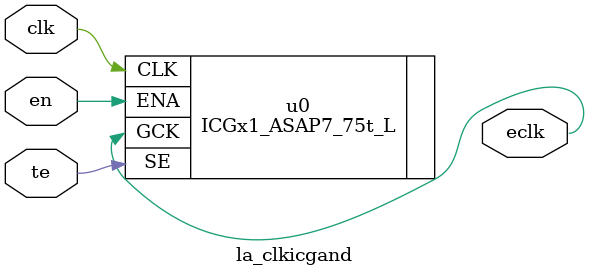
<source format=v>

module la_clkicgand #(
    parameter PROP = "DEFAULT"
) (
    input  clk,  // clock input
    input  te,   // test enable
    input  en,   // enable (from positive edge FF)
    output eclk  // enabled clock output
);

    // reg en_stable;

    // always @(clk or en or te) if (~clk) en_stable <= en | te;

    // assign eclk = clk & en_stable;

ICGx1_ASAP7_75t_L u0(.CLK(clk), .ENA(en), .SE(te), .GCK(eclk));

endmodule

</source>
